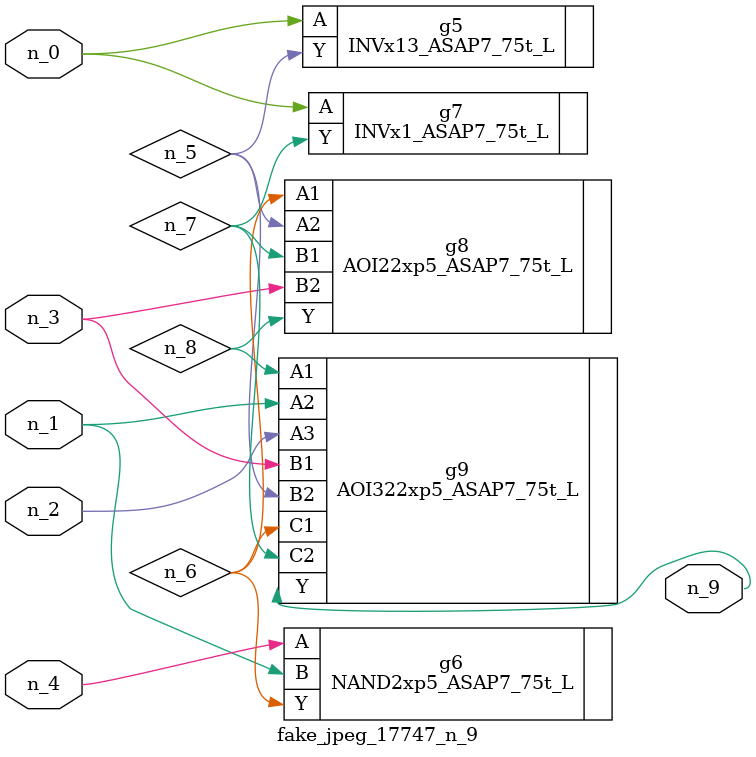
<source format=v>
module fake_jpeg_17747_n_9 (n_3, n_2, n_1, n_0, n_4, n_9);

input n_3;
input n_2;
input n_1;
input n_0;
input n_4;

output n_9;

wire n_8;
wire n_6;
wire n_5;
wire n_7;

INVx13_ASAP7_75t_L g5 ( 
.A(n_0),
.Y(n_5)
);

NAND2xp5_ASAP7_75t_L g6 ( 
.A(n_4),
.B(n_1),
.Y(n_6)
);

INVx1_ASAP7_75t_L g7 ( 
.A(n_0),
.Y(n_7)
);

AOI22xp5_ASAP7_75t_L g8 ( 
.A1(n_6),
.A2(n_5),
.B1(n_7),
.B2(n_3),
.Y(n_8)
);

AOI322xp5_ASAP7_75t_L g9 ( 
.A1(n_8),
.A2(n_1),
.A3(n_2),
.B1(n_3),
.B2(n_5),
.C1(n_6),
.C2(n_7),
.Y(n_9)
);


endmodule
</source>
